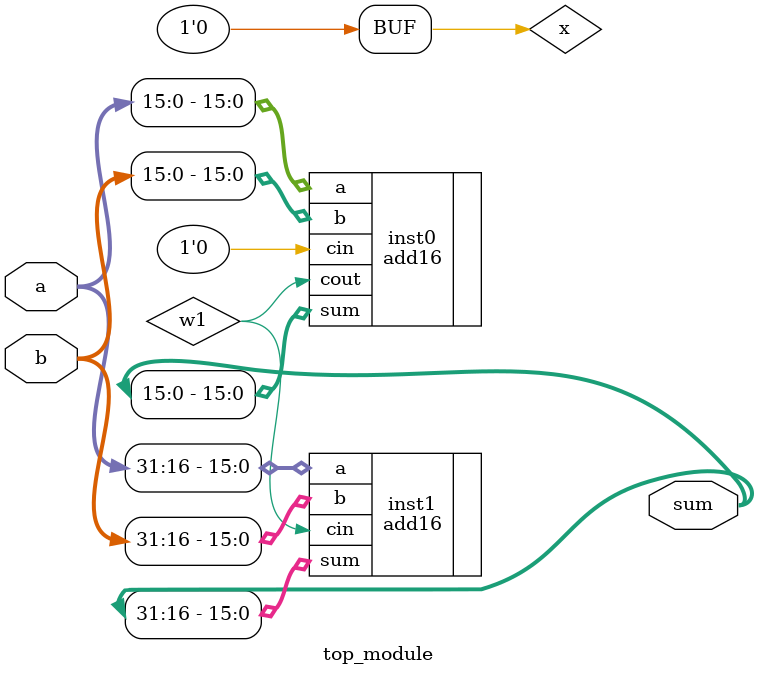
<source format=v>
module top_module(
    input [31:0] a,
    input [31:0] b,
    output [31:0] sum
    );
  
  wire w1;
  reg x = 0;
  
  add16 inst0(.a(a[15:0]), .b(b[15:0]),  .sum(sum[15:0]),  .cin(x), .cout(w1));
  add16 inst1(.a(a[31:16]), .b(b[31:16]), .sum(sum[31:16]), .cin(w1));
endmodule

</source>
